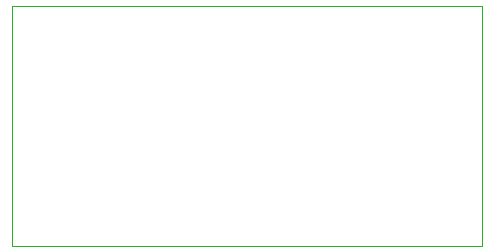
<source format=gbr>
G04 #@! TF.GenerationSoftware,KiCad,Pcbnew,5.1.4*
G04 #@! TF.CreationDate,2019-12-08T17:31:22+01:00*
G04 #@! TF.ProjectId,antivol,616e7469-766f-46c2-9e6b-696361645f70,rev?*
G04 #@! TF.SameCoordinates,Original*
G04 #@! TF.FileFunction,Profile,NP*
%FSLAX46Y46*%
G04 Gerber Fmt 4.6, Leading zero omitted, Abs format (unit mm)*
G04 Created by KiCad (PCBNEW 5.1.4) date 2019-12-08 17:31:22*
%MOMM*%
%LPD*%
G04 APERTURE LIST*
%ADD10C,0.050000*%
G04 APERTURE END LIST*
D10*
X83566000Y-97790000D02*
X83566000Y-118110000D01*
X43815000Y-97790000D02*
X83566000Y-97790000D01*
X43815000Y-118110000D02*
X43815000Y-97790000D01*
X83566000Y-118110000D02*
X43815000Y-118110000D01*
M02*

</source>
